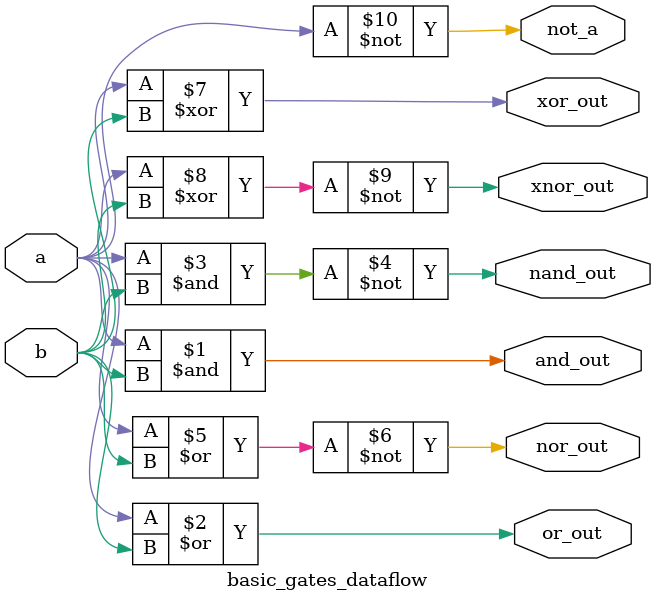
<source format=v>
module basic_gates_dataflow (
  input a, b,
  output and_out, or_out, nand_out, nor_out,
  output xor_out, xnor_out, not_a
);

  assign and_out  = a & b;
  assign or_out   = a | b;
  assign nand_out = ~(a & b);
  assign nor_out  = ~(a | b);
  assign xor_out  = a ^ b;
  assign xnor_out = ~(a ^ b);
  assign not_a    = ~a;

endmodule

</source>
